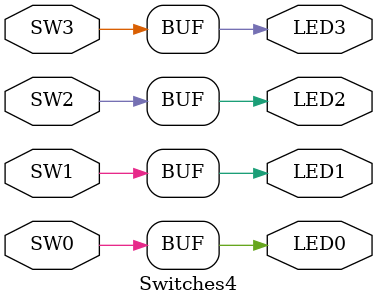
<source format=v>
`timescale 1ns / 1ps


module Switches4(
    input SW0,
    input SW1,
    input SW2,
    input SW3,
    output LED0,
    output LED1,
    output LED2,
    output LED3
    );
    
    assign LED0 = SW0;
    assign LED1 = SW1;
    assign LED2 = SW2;
    assign LED3 = SW3;
    
endmodule

</source>
